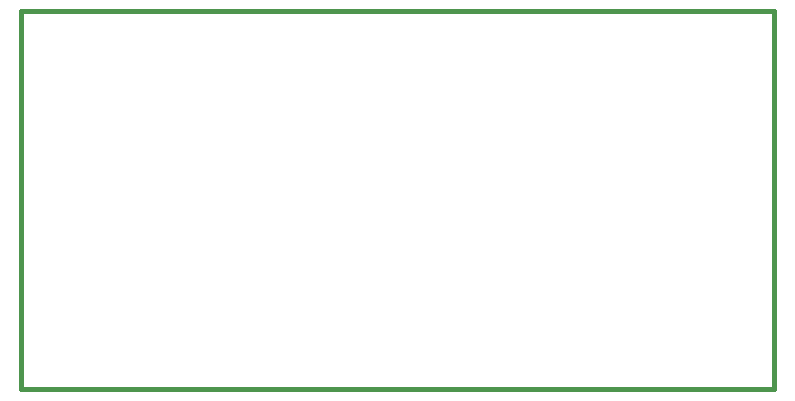
<source format=gbr>
G04 (created by PCBNEW-RS274X (2010-05-05 BZR 2356)-stable) date 13/05/2011 9:30:07 a.m.*
G01*
G70*
G90*
%MOIN*%
G04 Gerber Fmt 3.4, Leading zero omitted, Abs format*
%FSLAX34Y34*%
G04 APERTURE LIST*
%ADD10C,0.006000*%
%ADD11C,0.015000*%
G04 APERTURE END LIST*
G54D10*
G54D11*
X44213Y-33150D02*
X44213Y-20591D01*
X19134Y-33150D02*
X44213Y-33150D01*
X19134Y-20551D02*
X19134Y-33150D01*
X44213Y-20551D02*
X19134Y-20551D01*
M02*

</source>
